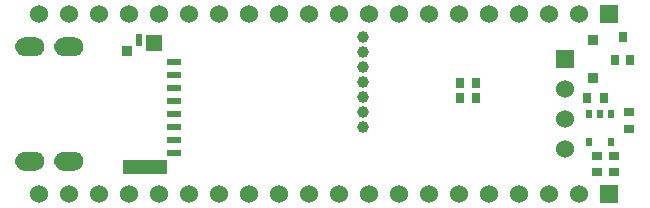
<source format=gbr>
G04 #@! TF.FileFunction,Soldermask,Bot*
%FSLAX46Y46*%
G04 Gerber Fmt 4.6, Leading zero omitted, Abs format (unit mm)*
G04 Created by KiCad (PCBNEW 4.0.7-e2-6376~58~ubuntu16.04.1) date Sun Feb  4 19:42:12 2018*
%MOMM*%
%LPD*%
G01*
G04 APERTURE LIST*
%ADD10C,0.100000*%
%ADD11C,0.127000*%
%ADD12R,0.949960X0.899160*%
%ADD13C,0.998220*%
%ADD14R,0.550000X0.800000*%
%ADD15R,0.700000X0.900000*%
%ADD16R,1.524000X1.524000*%
%ADD17C,1.524000*%
%ADD18C,1.000000*%
%ADD19R,0.889000X0.762000*%
%ADD20R,0.762000X0.889000*%
%ADD21R,1.250000X0.600000*%
%ADD22R,3.750000X1.200000*%
%ADD23R,1.400000X1.450000*%
%ADD24R,0.600000X1.000000*%
%ADD25R,0.850000X0.950000*%
%ADD26O,2.300000X1.400000*%
G04 APERTURE END LIST*
D10*
D11*
G36*
X1300480Y7282180D02*
X2199640Y7282180D01*
X2334260Y7266940D01*
X2466340Y7228840D01*
X2588260Y7162800D01*
X2694940Y7076440D01*
X2781300Y6969760D01*
X2844800Y6850380D01*
X2885440Y6718300D01*
X2898140Y6581140D01*
X2885440Y6443980D01*
X2844800Y6314440D01*
X2781300Y6192520D01*
X2694940Y6085840D01*
X2588260Y5999480D01*
X2466340Y5933440D01*
X2334260Y5895340D01*
X2199640Y5880100D01*
X1300480Y5880100D01*
X1165860Y5895340D01*
X1033780Y5933440D01*
X911860Y5999480D01*
X805180Y6085840D01*
X718820Y6192520D01*
X655320Y6314440D01*
X614680Y6443980D01*
X601980Y6581140D01*
X614680Y6718300D01*
X655320Y6850380D01*
X718820Y6969760D01*
X805180Y7076440D01*
X911860Y7162800D01*
X1033780Y7228840D01*
X1165860Y7266940D01*
X1300480Y7282180D01*
X1300480Y7282180D01*
G37*
X1300480Y7282180D02*
X2199640Y7282180D01*
X2334260Y7266940D01*
X2466340Y7228840D01*
X2588260Y7162800D01*
X2694940Y7076440D01*
X2781300Y6969760D01*
X2844800Y6850380D01*
X2885440Y6718300D01*
X2898140Y6581140D01*
X2885440Y6443980D01*
X2844800Y6314440D01*
X2781300Y6192520D01*
X2694940Y6085840D01*
X2588260Y5999480D01*
X2466340Y5933440D01*
X2334260Y5895340D01*
X2199640Y5880100D01*
X1300480Y5880100D01*
X1165860Y5895340D01*
X1033780Y5933440D01*
X911860Y5999480D01*
X805180Y6085840D01*
X718820Y6192520D01*
X655320Y6314440D01*
X614680Y6443980D01*
X601980Y6581140D01*
X614680Y6718300D01*
X655320Y6850380D01*
X718820Y6969760D01*
X805180Y7076440D01*
X911860Y7162800D01*
X1033780Y7228840D01*
X1165860Y7266940D01*
X1300480Y7282180D01*
G36*
X1300480Y16979900D02*
X2199640Y16979900D01*
X2334260Y16964660D01*
X2466340Y16926560D01*
X2588260Y16860520D01*
X2694940Y16774160D01*
X2781300Y16667480D01*
X2844800Y16545560D01*
X2885440Y16416020D01*
X2898140Y16278860D01*
X2885440Y16141700D01*
X2844800Y16009620D01*
X2781300Y15890240D01*
X2694940Y15783560D01*
X2588260Y15697200D01*
X2466340Y15631160D01*
X2334260Y15593060D01*
X2199640Y15577820D01*
X1300480Y15577820D01*
X1165860Y15593060D01*
X1033780Y15631160D01*
X911860Y15697200D01*
X805180Y15783560D01*
X718820Y15890240D01*
X655320Y16009620D01*
X614680Y16141700D01*
X601980Y16278860D01*
X614680Y16416020D01*
X655320Y16545560D01*
X718820Y16667480D01*
X805180Y16774160D01*
X911860Y16860520D01*
X1033780Y16926560D01*
X1165860Y16964660D01*
X1300480Y16979900D01*
X1300480Y16979900D01*
G37*
X1300480Y16979900D02*
X2199640Y16979900D01*
X2334260Y16964660D01*
X2466340Y16926560D01*
X2588260Y16860520D01*
X2694940Y16774160D01*
X2781300Y16667480D01*
X2844800Y16545560D01*
X2885440Y16416020D01*
X2898140Y16278860D01*
X2885440Y16141700D01*
X2844800Y16009620D01*
X2781300Y15890240D01*
X2694940Y15783560D01*
X2588260Y15697200D01*
X2466340Y15631160D01*
X2334260Y15593060D01*
X2199640Y15577820D01*
X1300480Y15577820D01*
X1165860Y15593060D01*
X1033780Y15631160D01*
X911860Y15697200D01*
X805180Y15783560D01*
X718820Y15890240D01*
X655320Y16009620D01*
X614680Y16141700D01*
X601980Y16278860D01*
X614680Y16416020D01*
X655320Y16545560D01*
X718820Y16667480D01*
X805180Y16774160D01*
X911860Y16860520D01*
X1033780Y16926560D01*
X1165860Y16964660D01*
X1300480Y16979900D01*
G36*
X4599940Y7282180D02*
X5499100Y7282180D01*
X5636260Y7266940D01*
X5765800Y7228840D01*
X5887720Y7162800D01*
X5994400Y7076440D01*
X6080760Y6969760D01*
X6144260Y6850380D01*
X6184900Y6718300D01*
X6197600Y6581140D01*
X6184900Y6443980D01*
X6144260Y6314440D01*
X6080760Y6192520D01*
X5994400Y6085840D01*
X5887720Y5999480D01*
X5765800Y5933440D01*
X5636260Y5895340D01*
X5499100Y5880100D01*
X4599940Y5880100D01*
X4462780Y5895340D01*
X4330700Y5933440D01*
X4208780Y5999480D01*
X4104640Y6085840D01*
X4015740Y6192520D01*
X3952240Y6314440D01*
X3911600Y6443980D01*
X3898900Y6581140D01*
X3911600Y6718300D01*
X3952240Y6850380D01*
X4015740Y6969760D01*
X4104640Y7076440D01*
X4208780Y7162800D01*
X4330700Y7228840D01*
X4462780Y7266940D01*
X4599940Y7282180D01*
X4599940Y7282180D01*
G37*
X4599940Y7282180D02*
X5499100Y7282180D01*
X5636260Y7266940D01*
X5765800Y7228840D01*
X5887720Y7162800D01*
X5994400Y7076440D01*
X6080760Y6969760D01*
X6144260Y6850380D01*
X6184900Y6718300D01*
X6197600Y6581140D01*
X6184900Y6443980D01*
X6144260Y6314440D01*
X6080760Y6192520D01*
X5994400Y6085840D01*
X5887720Y5999480D01*
X5765800Y5933440D01*
X5636260Y5895340D01*
X5499100Y5880100D01*
X4599940Y5880100D01*
X4462780Y5895340D01*
X4330700Y5933440D01*
X4208780Y5999480D01*
X4104640Y6085840D01*
X4015740Y6192520D01*
X3952240Y6314440D01*
X3911600Y6443980D01*
X3898900Y6581140D01*
X3911600Y6718300D01*
X3952240Y6850380D01*
X4015740Y6969760D01*
X4104640Y7076440D01*
X4208780Y7162800D01*
X4330700Y7228840D01*
X4462780Y7266940D01*
X4599940Y7282180D01*
G36*
X4599940Y16979900D02*
X5499100Y16979900D01*
X5636260Y16964660D01*
X5765800Y16926560D01*
X5887720Y16860520D01*
X5994400Y16774160D01*
X6080760Y16667480D01*
X6144260Y16545560D01*
X6184900Y16416020D01*
X6197600Y16278860D01*
X6184900Y16141700D01*
X6144260Y16009620D01*
X6080760Y15890240D01*
X5994400Y15783560D01*
X5887720Y15697200D01*
X5765800Y15631160D01*
X5636260Y15593060D01*
X5499100Y15577820D01*
X4599940Y15577820D01*
X4462780Y15593060D01*
X4330700Y15631160D01*
X4208780Y15697200D01*
X4104640Y15783560D01*
X4015740Y15890240D01*
X3952240Y16009620D01*
X3911600Y16141700D01*
X3898900Y16278860D01*
X3911600Y16416020D01*
X3952240Y16545560D01*
X4015740Y16667480D01*
X4104640Y16774160D01*
X4208780Y16860520D01*
X4330700Y16926560D01*
X4462780Y16964660D01*
X4599940Y16979900D01*
X4599940Y16979900D01*
G37*
X4599940Y16979900D02*
X5499100Y16979900D01*
X5636260Y16964660D01*
X5765800Y16926560D01*
X5887720Y16860520D01*
X5994400Y16774160D01*
X6080760Y16667480D01*
X6144260Y16545560D01*
X6184900Y16416020D01*
X6197600Y16278860D01*
X6184900Y16141700D01*
X6144260Y16009620D01*
X6080760Y15890240D01*
X5994400Y15783560D01*
X5887720Y15697200D01*
X5765800Y15631160D01*
X5636260Y15593060D01*
X5499100Y15577820D01*
X4599940Y15577820D01*
X4462780Y15593060D01*
X4330700Y15631160D01*
X4208780Y15697200D01*
X4104640Y15783560D01*
X4015740Y15890240D01*
X3952240Y16009620D01*
X3911600Y16141700D01*
X3898900Y16278860D01*
X3911600Y16416020D01*
X3952240Y16545560D01*
X4015740Y16667480D01*
X4104640Y16774160D01*
X4208780Y16860520D01*
X4330700Y16926560D01*
X4462780Y16964660D01*
X4599940Y16979900D01*
D12*
X49403000Y13665200D03*
X49403000Y16814800D03*
D13*
X29972000Y13335000D03*
D14*
X49088000Y10623400D03*
X50038000Y10623400D03*
X50988000Y10623400D03*
X50988000Y8223400D03*
X49088000Y8223400D03*
D15*
X51943000Y17079000D03*
X51293000Y15179000D03*
X52593000Y15179000D03*
D16*
X47066200Y15240000D03*
D17*
X47066200Y12700000D03*
X47066200Y10160000D03*
X47066200Y7620000D03*
D18*
X29972000Y15875000D03*
X29972000Y17145000D03*
X29972000Y14605000D03*
X29972000Y12065000D03*
X29972000Y10795000D03*
X29972000Y9525000D03*
D16*
X50800000Y3810000D03*
D17*
X48260000Y3810000D03*
X45720000Y3810000D03*
X43180000Y3810000D03*
X40640000Y3810000D03*
X38100000Y3810000D03*
X35560000Y3810000D03*
X33020000Y3810000D03*
X30480000Y3810000D03*
X27940000Y3810000D03*
X25400000Y3810000D03*
X22860000Y3810000D03*
X20320000Y3810000D03*
X17780000Y3810000D03*
X15240000Y3810000D03*
X12700000Y3810000D03*
X10160000Y3810000D03*
X7620000Y3810000D03*
X5080000Y3810000D03*
X2540000Y3810000D03*
D16*
X50800000Y19050000D03*
D17*
X48260000Y19050000D03*
X45720000Y19050000D03*
X43180000Y19050000D03*
X40640000Y19050000D03*
X38100000Y19050000D03*
X35560000Y19050000D03*
X33020000Y19050000D03*
X30480000Y19050000D03*
X27940000Y19050000D03*
X25400000Y19050000D03*
X22860000Y19050000D03*
X20320000Y19050000D03*
X17780000Y19050000D03*
X15240000Y19050000D03*
X12700000Y19050000D03*
X10160000Y19050000D03*
X7620000Y19050000D03*
X5080000Y19050000D03*
X2540000Y19050000D03*
D19*
X51181000Y7048500D03*
X51181000Y5651500D03*
X52451000Y10731500D03*
X52451000Y9334500D03*
X49784000Y7048500D03*
X49784000Y5651500D03*
D20*
X48958500Y11938000D03*
X50355500Y11938000D03*
D21*
X13970000Y14962500D03*
X13970000Y13862500D03*
X13970000Y12762500D03*
X13970000Y11662500D03*
X13970000Y10562500D03*
X13970000Y9462500D03*
X13970000Y8362500D03*
X13970000Y7262500D03*
D22*
X11490000Y6112500D03*
D23*
X12245000Y16587500D03*
D24*
X10995000Y16812500D03*
D25*
X10020000Y15887500D03*
D20*
X38163500Y13208000D03*
X39560500Y13208000D03*
X39560500Y11938000D03*
X38163500Y11938000D03*
D26*
X1750060Y16278860D03*
X1750060Y6581140D03*
X5049520Y16278860D03*
X5049520Y6581140D03*
M02*

</source>
